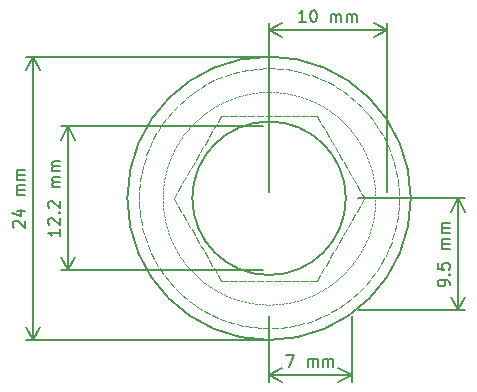
<source format=gbr>
%TF.GenerationSoftware,KiCad,Pcbnew,7.0.7-7.0.7~ubuntu23.04.1*%
%TF.CreationDate,2023-10-17T18:20:03+00:00*%
%TF.ProjectId,pedalboard-led-ring,70656461-6c62-46f6-9172-642d6c65642d,1.1.0-RC1*%
%TF.SameCoordinates,Original*%
%TF.FileFunction,OtherDrawing,Comment*%
%FSLAX46Y46*%
G04 Gerber Fmt 4.6, Leading zero omitted, Abs format (unit mm)*
G04 Created by KiCad (PCBNEW 7.0.7-7.0.7~ubuntu23.04.1) date 2023-10-17 18:20:03*
%MOMM*%
%LPD*%
G01*
G04 APERTURE LIST*
%ADD10C,0.150000*%
%ADD11C,0.050000*%
%ADD12C,0.030000*%
G04 APERTURE END LIST*
D10*
X86500000Y-60000000D02*
G75*
G03*
X86500000Y-60000000I-6500000J0D01*
G01*
D11*
X71917096Y-60000000D02*
X72192096Y-59523686D01*
X72292096Y-59350481D02*
X72567096Y-58874167D01*
X72667096Y-58700962D02*
X72942096Y-58224648D01*
X73042096Y-58051443D02*
X73317096Y-57575129D01*
X73417096Y-57401924D02*
X73692096Y-56925610D01*
X73792096Y-56752405D02*
X74067096Y-56276091D01*
X74167096Y-56102886D02*
X74442096Y-55626572D01*
X74542096Y-55453367D02*
X74817096Y-54977053D01*
X74917096Y-54803848D02*
X75192096Y-54327534D01*
X75292096Y-54154329D02*
X75567096Y-53678015D01*
X75667096Y-53504810D02*
X75942096Y-53028496D01*
X91000000Y-60000000D02*
X90986252Y-60549770D01*
X90974441Y-60749419D02*
X90923271Y-61296975D01*
X90897885Y-61495355D02*
X90809529Y-62038154D01*
X90770687Y-62234343D02*
X90645556Y-62769860D01*
X90593438Y-62962947D02*
X90432113Y-63488696D01*
X90366962Y-63677784D02*
X90170193Y-64191319D01*
X90092310Y-64375529D02*
X89861012Y-64874466D01*
X89770761Y-65052942D02*
X89506008Y-65534961D01*
X89403807Y-65706874D02*
X89106830Y-66169736D01*
X88993153Y-66334286D02*
X88665332Y-66775840D01*
X88540709Y-66932263D02*
X88183567Y-67350457D01*
X88048577Y-67498026D02*
X87663773Y-67890916D01*
X87519043Y-68028946D02*
X87108366Y-68394707D01*
X86954569Y-68522556D02*
X86519927Y-68859488D01*
X86357777Y-68976562D02*
X85901190Y-69283100D01*
X85731440Y-69388854D02*
X85255030Y-69663573D01*
X85078470Y-69757516D02*
X84584451Y-69999140D01*
X84401901Y-70080836D02*
X83892567Y-70288241D01*
X83704875Y-70357311D02*
X83182596Y-70529533D01*
X82990634Y-70585655D02*
X82457834Y-70721895D01*
X82262495Y-70764809D02*
X81721651Y-70864433D01*
X81523843Y-70893938D02*
X80977468Y-70956484D01*
X80778109Y-70972444D02*
X80228743Y-70997621D01*
X80028759Y-70999962D02*
X79478954Y-70987652D01*
X79279276Y-70976363D02*
X78731587Y-70926624D01*
X78533142Y-70901758D02*
X77990114Y-70814821D01*
X77793824Y-70776492D02*
X77257981Y-70652761D01*
X77064758Y-70601148D02*
X76538590Y-70441199D01*
X76349333Y-70376542D02*
X75835284Y-70181117D01*
X75650871Y-70103716D02*
X75151331Y-69873723D01*
X74972620Y-69783938D02*
X74489910Y-69520447D01*
X74317731Y-69418695D02*
X73854094Y-69122929D01*
X73689248Y-69009684D02*
X73246838Y-68683018D01*
X73090090Y-68558805D02*
X72670963Y-68202757D01*
X72523042Y-68068153D02*
X72129146Y-67684378D01*
X71990739Y-67540009D02*
X71623905Y-67130290D01*
X71495655Y-66976827D02*
X71157587Y-66543068D01*
X71040090Y-66381224D02*
X70732360Y-65925441D01*
X70626162Y-65755968D02*
X70350198Y-65280278D01*
X70255794Y-65103964D02*
X70012879Y-64610578D01*
X69930706Y-64428242D02*
X69721970Y-63919453D01*
X69652410Y-63731942D02*
X69478823Y-63210114D01*
X69422199Y-63018300D02*
X69284566Y-62485858D01*
X69241143Y-62290632D02*
X69140104Y-61750051D01*
X69110082Y-61552320D02*
X69046108Y-61006111D01*
X69029627Y-60806794D02*
X69003014Y-60257495D01*
X69000150Y-60057518D02*
X69011022Y-59507683D01*
X69021789Y-59307976D02*
X69070096Y-58760159D01*
X69094444Y-58561649D02*
X69179960Y-58018396D01*
X69217776Y-57822007D02*
X69340105Y-57285842D01*
X69391213Y-57092485D02*
X69549786Y-56565900D01*
X69613948Y-56376475D02*
X69808029Y-55861917D01*
X69884947Y-55677302D02*
X70113633Y-55177163D01*
X70202950Y-54998218D02*
X70465179Y-54514820D01*
X70566480Y-54342376D02*
X70861032Y-53877967D01*
X70973847Y-53712825D02*
X71299355Y-53269563D01*
X71423158Y-53112490D02*
X71778108Y-52692434D01*
X71912325Y-52544162D02*
X72295069Y-52149264D01*
X72439075Y-52010480D02*
X72847834Y-51642576D01*
X73000961Y-51513925D02*
X73433835Y-51174724D01*
X73595371Y-51056805D02*
X74050348Y-50747883D01*
X74219543Y-50641243D02*
X74694510Y-50364037D01*
X74870576Y-50269171D02*
X75363325Y-50024968D01*
X75545446Y-49942318D02*
X76053688Y-49732253D01*
X76241016Y-49662203D02*
X76762388Y-49487251D01*
X76954054Y-49430127D02*
X77486134Y-49291102D01*
X77681246Y-49247168D02*
X78221561Y-49144717D01*
X78419213Y-49114178D02*
X78965253Y-49048776D01*
X79164526Y-49031773D02*
X79713753Y-49003725D01*
X79913722Y-49000338D02*
X80463583Y-49009772D01*
X80663318Y-49020017D02*
X81211259Y-49066892D01*
X81409832Y-49090720D02*
X81953307Y-49174816D01*
X82149795Y-49212118D02*
X82686277Y-49333045D01*
X82879767Y-49383647D02*
X83406765Y-49540843D01*
X83596358Y-49604510D02*
X84111421Y-49797244D01*
X84296236Y-49873680D02*
X84796972Y-50101057D01*
X84976150Y-50189906D02*
X85460231Y-50450870D01*
X85632940Y-50551720D02*
X86098117Y-50845058D01*
X86263554Y-50957440D02*
X86707665Y-51281788D01*
X86865061Y-51405179D02*
X87286043Y-51759031D01*
X87434667Y-51892859D02*
X87830563Y-52274569D01*
X87969724Y-52418212D02*
X88338695Y-52826008D01*
X88467746Y-52978798D02*
X88808077Y-53410784D01*
X88926419Y-53572011D02*
X89236529Y-54026179D01*
X89343611Y-54195094D02*
X89622058Y-54669335D01*
X89717384Y-54845152D02*
X89962874Y-55337261D01*
X90046000Y-55519165D02*
X90257393Y-56026856D01*
X90327933Y-56214001D02*
X90504247Y-56734914D01*
X90561873Y-56926429D02*
X90702288Y-57458144D01*
X90746732Y-57653140D02*
X90850595Y-58193186D01*
X90881651Y-58390757D02*
X90948480Y-58936624D01*
X90966004Y-59135852D02*
X90995488Y-59685004D01*
X90999398Y-59884963D02*
X91000000Y-60000000D01*
X75958548Y-67000000D02*
X76508548Y-67000000D01*
X76708548Y-67000000D02*
X77258548Y-67000000D01*
X77458548Y-67000000D02*
X78008548Y-67000000D01*
X78208548Y-67000000D02*
X78758548Y-67000000D01*
X78958548Y-67000000D02*
X79508548Y-67000000D01*
X79708548Y-67000000D02*
X80258548Y-67000000D01*
X80458548Y-67000000D02*
X81008548Y-67000000D01*
X81208548Y-67000000D02*
X81758548Y-67000000D01*
X81958548Y-67000000D02*
X82508548Y-67000000D01*
X82708548Y-67000000D02*
X83258548Y-67000000D01*
X83458548Y-67000000D02*
X84008548Y-67000000D01*
D10*
X92000000Y-60000000D02*
G75*
G03*
X92000000Y-60000000I-12000000J0D01*
G01*
D11*
X88082904Y-60000000D02*
X87807904Y-59523686D01*
X87707904Y-59350481D02*
X87432904Y-58874167D01*
X87332904Y-58700962D02*
X87057904Y-58224648D01*
X86957904Y-58051443D02*
X86682904Y-57575129D01*
X86582904Y-57401924D02*
X86307904Y-56925610D01*
X86207904Y-56752405D02*
X85932904Y-56276091D01*
X85832904Y-56102886D02*
X85557904Y-55626572D01*
X85457904Y-55453367D02*
X85182904Y-54977053D01*
X85082904Y-54803848D02*
X84807904Y-54327534D01*
X84707904Y-54154329D02*
X84432904Y-53678015D01*
X84332904Y-53504810D02*
X84057904Y-53028496D01*
X75958548Y-67000000D02*
X75683548Y-66523686D01*
X75583548Y-66350481D02*
X75308548Y-65874167D01*
X75208548Y-65700962D02*
X74933548Y-65224648D01*
X74833548Y-65051443D02*
X74558548Y-64575129D01*
X74458548Y-64401924D02*
X74183548Y-63925610D01*
X74083548Y-63752405D02*
X73808548Y-63276091D01*
X73708548Y-63102886D02*
X73433548Y-62626572D01*
X73333548Y-62453367D02*
X73058548Y-61977053D01*
X72958548Y-61803848D02*
X72683548Y-61327534D01*
X72583548Y-61154329D02*
X72308548Y-60678015D01*
X72208548Y-60504810D02*
X71933548Y-60028496D01*
X75958548Y-53000000D02*
X76508548Y-53000000D01*
X76708548Y-53000000D02*
X77258548Y-53000000D01*
X77458548Y-53000000D02*
X78008548Y-53000000D01*
X78208548Y-53000000D02*
X78758548Y-53000000D01*
X78958548Y-53000000D02*
X79508548Y-53000000D01*
X79708548Y-53000000D02*
X80258548Y-53000000D01*
X80458548Y-53000000D02*
X81008548Y-53000000D01*
X81208548Y-53000000D02*
X81758548Y-53000000D01*
X81958548Y-53000000D02*
X82508548Y-53000000D01*
X82708548Y-53000000D02*
X83258548Y-53000000D01*
X83458548Y-53000000D02*
X84008548Y-53000000D01*
D12*
X89000000Y-60000000D02*
X89000000Y-60000000D01*
X88999200Y-60119996D02*
X88999200Y-60119996D01*
X88996800Y-60239971D02*
X88996800Y-60239971D01*
X88992800Y-60359904D02*
X88992800Y-60359904D01*
X88987203Y-60479772D02*
X88987203Y-60479772D01*
X88980007Y-60599555D02*
X88980007Y-60599555D01*
X88971215Y-60719232D02*
X88971215Y-60719232D01*
X88960828Y-60838780D02*
X88960828Y-60838780D01*
X88948848Y-60958180D02*
X88948848Y-60958180D01*
X88935277Y-61077409D02*
X88935277Y-61077409D01*
X88920118Y-61196447D02*
X88920118Y-61196447D01*
X88903373Y-61315272D02*
X88903373Y-61315272D01*
X88885045Y-61433863D02*
X88885045Y-61433863D01*
X88865138Y-61552200D02*
X88865138Y-61552200D01*
X88843654Y-61670260D02*
X88843654Y-61670260D01*
X88820599Y-61788023D02*
X88820599Y-61788023D01*
X88795975Y-61905469D02*
X88795975Y-61905469D01*
X88769788Y-62022576D02*
X88769788Y-62022576D01*
X88742041Y-62139323D02*
X88742041Y-62139323D01*
X88712741Y-62255690D02*
X88712741Y-62255690D01*
X88681891Y-62371656D02*
X88681891Y-62371656D01*
X88649498Y-62487200D02*
X88649498Y-62487200D01*
X88615568Y-62602302D02*
X88615568Y-62602302D01*
X88580106Y-62716942D02*
X88580106Y-62716942D01*
X88543118Y-62831099D02*
X88543118Y-62831099D01*
X88504612Y-62944752D02*
X88504612Y-62944752D01*
X88464594Y-63057881D02*
X88464594Y-63057881D01*
X88423071Y-63170468D02*
X88423071Y-63170468D01*
X88380051Y-63282490D02*
X88380051Y-63282490D01*
X88335540Y-63393929D02*
X88335540Y-63393929D01*
X88289548Y-63504765D02*
X88289548Y-63504765D01*
X88242083Y-63614977D02*
X88242083Y-63614977D01*
X88193152Y-63724547D02*
X88193152Y-63724547D01*
X88142764Y-63833455D02*
X88142764Y-63833455D01*
X88090929Y-63941681D02*
X88090929Y-63941681D01*
X88037656Y-64049206D02*
X88037656Y-64049206D01*
X87982954Y-64156012D02*
X87982954Y-64156012D01*
X87926832Y-64262079D02*
X87926832Y-64262079D01*
X87869302Y-64367388D02*
X87869302Y-64367388D01*
X87810372Y-64471921D02*
X87810372Y-64471921D01*
X87750054Y-64575658D02*
X87750054Y-64575658D01*
X87688358Y-64678583D02*
X87688358Y-64678583D01*
X87625295Y-64780675D02*
X87625295Y-64780675D01*
X87560877Y-64881918D02*
X87560877Y-64881918D01*
X87495115Y-64982293D02*
X87495115Y-64982293D01*
X87428020Y-65081782D02*
X87428020Y-65081782D01*
X87359605Y-65180367D02*
X87359605Y-65180367D01*
X87289881Y-65278032D02*
X87289881Y-65278032D01*
X87218861Y-65374758D02*
X87218861Y-65374758D01*
X87146558Y-65470529D02*
X87146558Y-65470529D01*
X87072985Y-65565328D02*
X87072985Y-65565328D01*
X86998154Y-65659137D02*
X86998154Y-65659137D01*
X86922079Y-65751940D02*
X86922079Y-65751940D01*
X86844773Y-65843720D02*
X86844773Y-65843720D01*
X86766251Y-65934462D02*
X86766251Y-65934462D01*
X86686526Y-66024148D02*
X86686526Y-66024148D01*
X86605612Y-66112764D02*
X86605612Y-66112764D01*
X86523524Y-66200293D02*
X86523524Y-66200293D01*
X86440276Y-66286719D02*
X86440276Y-66286719D01*
X86355883Y-66372028D02*
X86355883Y-66372028D01*
X86270360Y-66456204D02*
X86270360Y-66456204D01*
X86183722Y-66539233D02*
X86183722Y-66539233D01*
X86095985Y-66621099D02*
X86095985Y-66621099D01*
X86007165Y-66701788D02*
X86007165Y-66701788D01*
X85917276Y-66781285D02*
X85917276Y-66781285D01*
X85826336Y-66859577D02*
X85826336Y-66859577D01*
X85734360Y-66936649D02*
X85734360Y-66936649D01*
X85641364Y-67012489D02*
X85641364Y-67012489D01*
X85547366Y-67087081D02*
X85547366Y-67087081D01*
X85452381Y-67160414D02*
X85452381Y-67160414D01*
X85356427Y-67232474D02*
X85356427Y-67232474D01*
X85259521Y-67303248D02*
X85259521Y-67303248D01*
X85161679Y-67372724D02*
X85161679Y-67372724D01*
X85062920Y-67440889D02*
X85062920Y-67440889D01*
X84963262Y-67507731D02*
X84963262Y-67507731D01*
X84862720Y-67573238D02*
X84862720Y-67573238D01*
X84761314Y-67637400D02*
X84761314Y-67637400D01*
X84659062Y-67700203D02*
X84659062Y-67700203D01*
X84555982Y-67761638D02*
X84555982Y-67761638D01*
X84452091Y-67821692D02*
X84452091Y-67821692D01*
X84347410Y-67880356D02*
X84347410Y-67880356D01*
X84241955Y-67937620D02*
X84241955Y-67937620D01*
X84135746Y-67993472D02*
X84135746Y-67993472D01*
X84028802Y-68047903D02*
X84028802Y-68047903D01*
X83921142Y-68100903D02*
X83921142Y-68100903D01*
X83812784Y-68152464D02*
X83812784Y-68152464D01*
X83703749Y-68202575D02*
X83703749Y-68202575D01*
X83594055Y-68251227D02*
X83594055Y-68251227D01*
X83483723Y-68298413D02*
X83483723Y-68298413D01*
X83372771Y-68344124D02*
X83372771Y-68344124D01*
X83261219Y-68388351D02*
X83261219Y-68388351D01*
X83149088Y-68431087D02*
X83149088Y-68431087D01*
X83036397Y-68472324D02*
X83036397Y-68472324D01*
X82923166Y-68512055D02*
X82923166Y-68512055D01*
X82809416Y-68550273D02*
X82809416Y-68550273D01*
X82695166Y-68586971D02*
X82695166Y-68586971D01*
X82580436Y-68622142D02*
X82580436Y-68622142D01*
X82465249Y-68655781D02*
X82465249Y-68655781D01*
X82349622Y-68687880D02*
X82349622Y-68687880D01*
X82233579Y-68718435D02*
X82233579Y-68718435D01*
X82117138Y-68747441D02*
X82117138Y-68747441D01*
X82000320Y-68774891D02*
X82000320Y-68774891D01*
X81883147Y-68800781D02*
X81883147Y-68800781D01*
X81765640Y-68825107D02*
X81765640Y-68825107D01*
X81647818Y-68847863D02*
X81647818Y-68847863D01*
X81529704Y-68869047D02*
X81529704Y-68869047D01*
X81411317Y-68888654D02*
X81411317Y-68888654D01*
X81292680Y-68906681D02*
X81292680Y-68906681D01*
X81173813Y-68923125D02*
X81173813Y-68923125D01*
X81054737Y-68937982D02*
X81054737Y-68937982D01*
X80935474Y-68951250D02*
X80935474Y-68951250D01*
X80816044Y-68962927D02*
X80816044Y-68962927D01*
X80696469Y-68973011D02*
X80696469Y-68973011D01*
X80576771Y-68981499D02*
X80576771Y-68981499D01*
X80456970Y-68988391D02*
X80456970Y-68988391D01*
X80337088Y-68993685D02*
X80337088Y-68993685D01*
X80217145Y-68997380D02*
X80217145Y-68997380D01*
X80097165Y-68999475D02*
X80097165Y-68999475D01*
X79977166Y-68999971D02*
X79977166Y-68999971D01*
X79857172Y-68998866D02*
X79857172Y-68998866D01*
X79737204Y-68996162D02*
X79737204Y-68996162D01*
X79617282Y-68991858D02*
X79617282Y-68991858D01*
X79497428Y-68985956D02*
X79497428Y-68985956D01*
X79377663Y-68978457D02*
X79377663Y-68978457D01*
X79258010Y-68969361D02*
X79258010Y-68969361D01*
X79138488Y-68958671D02*
X79138488Y-68958671D01*
X79019119Y-68946388D02*
X79019119Y-68946388D01*
X78899924Y-68932515D02*
X78899924Y-68932515D01*
X78780925Y-68917054D02*
X78780925Y-68917054D01*
X78662143Y-68900007D02*
X78662143Y-68900007D01*
X78543599Y-68881379D02*
X78543599Y-68881379D01*
X78425313Y-68861171D02*
X78425313Y-68861171D01*
X78307308Y-68839388D02*
X78307308Y-68839388D01*
X78189603Y-68816034D02*
X78189603Y-68816034D01*
X78072221Y-68791113D02*
X78072221Y-68791113D01*
X77955181Y-68764628D02*
X77955181Y-68764628D01*
X77838504Y-68736586D02*
X77838504Y-68736586D01*
X77722212Y-68706990D02*
X77722212Y-68706990D01*
X77606325Y-68675846D02*
X77606325Y-68675846D01*
X77490863Y-68643161D02*
X77490863Y-68643161D01*
X77375847Y-68608938D02*
X77375847Y-68608938D01*
X77261298Y-68573185D02*
X77261298Y-68573185D01*
X77147236Y-68535908D02*
X77147236Y-68535908D01*
X77033680Y-68497114D02*
X77033680Y-68497114D01*
X76920653Y-68456809D02*
X76920653Y-68456809D01*
X76808172Y-68415000D02*
X76808172Y-68415000D01*
X76696259Y-68371696D02*
X76696259Y-68371696D01*
X76584934Y-68326903D02*
X76584934Y-68326903D01*
X76474215Y-68280630D02*
X76474215Y-68280630D01*
X76364123Y-68232885D02*
X76364123Y-68232885D01*
X76254678Y-68183676D02*
X76254678Y-68183676D01*
X76145898Y-68133013D02*
X76145898Y-68133013D01*
X76037804Y-68080903D02*
X76037804Y-68080903D01*
X75930414Y-68027357D02*
X75930414Y-68027357D01*
X75823748Y-67972384D02*
X75823748Y-67972384D01*
X75717823Y-67915994D02*
X75717823Y-67915994D01*
X75612661Y-67858196D02*
X75612661Y-67858196D01*
X75508278Y-67799002D02*
X75508278Y-67799002D01*
X75404693Y-67738421D02*
X75404693Y-67738421D01*
X75301926Y-67676464D02*
X75301926Y-67676464D01*
X75199994Y-67613142D02*
X75199994Y-67613142D01*
X75098915Y-67548467D02*
X75098915Y-67548467D01*
X74998707Y-67482451D02*
X74998707Y-67482451D01*
X74899389Y-67415104D02*
X74899389Y-67415104D01*
X74800977Y-67346438D02*
X74800977Y-67346438D01*
X74703489Y-67276467D02*
X74703489Y-67276467D01*
X74606944Y-67205202D02*
X74606944Y-67205202D01*
X74511356Y-67132657D02*
X74511356Y-67132657D01*
X74416745Y-67058843D02*
X74416745Y-67058843D01*
X74323126Y-66983774D02*
X74323126Y-66983774D01*
X74230517Y-66907464D02*
X74230517Y-66907464D01*
X74138933Y-66829926D02*
X74138933Y-66829926D01*
X74048391Y-66751174D02*
X74048391Y-66751174D01*
X73958907Y-66671221D02*
X73958907Y-66671221D01*
X73870497Y-66590082D02*
X73870497Y-66590082D01*
X73783176Y-66507772D02*
X73783176Y-66507772D01*
X73696961Y-66424305D02*
X73696961Y-66424305D01*
X73611866Y-66339696D02*
X73611866Y-66339696D01*
X73527908Y-66253960D02*
X73527908Y-66253960D01*
X73445099Y-66167112D02*
X73445099Y-66167112D01*
X73363456Y-66079168D02*
X73363456Y-66079168D01*
X73282993Y-65990143D02*
X73282993Y-65990143D01*
X73203724Y-65900053D02*
X73203724Y-65900053D01*
X73125663Y-65808914D02*
X73125663Y-65808914D01*
X73048824Y-65716743D02*
X73048824Y-65716743D01*
X72973221Y-65623555D02*
X72973221Y-65623555D01*
X72898867Y-65529368D02*
X72898867Y-65529368D01*
X72825775Y-65434197D02*
X72825775Y-65434197D01*
X72753959Y-65338061D02*
X72753959Y-65338061D01*
X72683431Y-65240975D02*
X72683431Y-65240975D01*
X72614204Y-65142958D02*
X72614204Y-65142958D01*
X72546290Y-65044027D02*
X72546290Y-65044027D01*
X72479701Y-64944198D02*
X72479701Y-64944198D01*
X72414448Y-64843491D02*
X72414448Y-64843491D01*
X72350545Y-64741923D02*
X72350545Y-64741923D01*
X72288001Y-64639512D02*
X72288001Y-64639512D01*
X72226828Y-64536276D02*
X72226828Y-64536276D01*
X72167037Y-64432233D02*
X72167037Y-64432233D01*
X72108638Y-64327403D02*
X72108638Y-64327403D01*
X72051643Y-64221803D02*
X72051643Y-64221803D01*
X71996060Y-64115453D02*
X71996060Y-64115453D01*
X71941901Y-64008371D02*
X71941901Y-64008371D01*
X71889174Y-63900577D02*
X71889174Y-63900577D01*
X71837888Y-63792089D02*
X71837888Y-63792089D01*
X71788054Y-63682927D02*
X71788054Y-63682927D01*
X71739680Y-63573110D02*
X71739680Y-63573110D01*
X71692774Y-63462658D02*
X71692774Y-63462658D01*
X71647345Y-63351591D02*
X71647345Y-63351591D01*
X71603401Y-63239928D02*
X71603401Y-63239928D01*
X71560950Y-63127688D02*
X71560950Y-63127688D01*
X71519998Y-63014893D02*
X71519998Y-63014893D01*
X71480555Y-62901562D02*
X71480555Y-62901562D01*
X71442626Y-62787714D02*
X71442626Y-62787714D01*
X71406218Y-62673372D02*
X71406218Y-62673372D01*
X71371338Y-62558554D02*
X71371338Y-62558554D01*
X71337992Y-62443281D02*
X71337992Y-62443281D01*
X71306186Y-62327574D02*
X71306186Y-62327574D01*
X71275925Y-62211453D02*
X71275925Y-62211453D01*
X71247215Y-62094939D02*
X71247215Y-62094939D01*
X71220062Y-61978052D02*
X71220062Y-61978052D01*
X71194469Y-61860814D02*
X71194469Y-61860814D01*
X71170441Y-61743245D02*
X71170441Y-61743245D01*
X71147984Y-61625366D02*
X71147984Y-61625366D01*
X71127100Y-61507198D02*
X71127100Y-61507198D01*
X71107793Y-61388762D02*
X71107793Y-61388762D01*
X71090067Y-61270080D02*
X71090067Y-61270080D01*
X71073925Y-61151171D02*
X71073925Y-61151171D01*
X71059370Y-61032058D02*
X71059370Y-61032058D01*
X71046404Y-60912761D02*
X71046404Y-60912761D01*
X71035030Y-60793303D02*
X71035030Y-60793303D01*
X71025250Y-60673703D02*
X71025250Y-60673703D01*
X71017066Y-60553983D02*
X71017066Y-60553983D01*
X71010478Y-60434165D02*
X71010478Y-60434165D01*
X71005488Y-60314269D02*
X71005488Y-60314269D01*
X71002098Y-60194318D02*
X71002098Y-60194318D01*
X71000306Y-60074333D02*
X71000306Y-60074333D01*
X71000115Y-59954334D02*
X71000115Y-59954334D01*
X71001524Y-59834343D02*
X71001524Y-59834343D01*
X71004533Y-59714381D02*
X71004533Y-59714381D01*
X71009140Y-59594471D02*
X71009140Y-59594471D01*
X71015347Y-59474632D02*
X71015347Y-59474632D01*
X71023150Y-59354887D02*
X71023150Y-59354887D01*
X71032549Y-59235257D02*
X71032549Y-59235257D01*
X71043542Y-59115762D02*
X71043542Y-59115762D01*
X71056128Y-58996425D02*
X71056128Y-58996425D01*
X71070304Y-58877266D02*
X71070304Y-58877266D01*
X71086067Y-58758307D02*
X71086067Y-58758307D01*
X71103414Y-58639568D02*
X71103414Y-58639568D01*
X71122344Y-58521071D02*
X71122344Y-58521071D01*
X71142851Y-58402838D02*
X71142851Y-58402838D01*
X71164933Y-58284888D02*
X71164933Y-58284888D01*
X71188586Y-58167243D02*
X71188586Y-58167243D01*
X71213806Y-58049924D02*
X71213806Y-58049924D01*
X71240587Y-57932951D02*
X71240587Y-57932951D01*
X71268925Y-57816346D02*
X71268925Y-57816346D01*
X71298816Y-57700130D02*
X71298816Y-57700130D01*
X71330253Y-57584322D02*
X71330253Y-57584322D01*
X71363232Y-57468943D02*
X71363232Y-57468943D01*
X71397746Y-57354015D02*
X71397746Y-57354015D01*
X71433789Y-57239557D02*
X71433789Y-57239557D01*
X71471356Y-57125589D02*
X71471356Y-57125589D01*
X71510438Y-57012133D02*
X71510438Y-57012133D01*
X71551030Y-56899208D02*
X71551030Y-56899208D01*
X71593123Y-56786834D02*
X71593123Y-56786834D01*
X71636712Y-56675031D02*
X71636712Y-56675031D01*
X71681787Y-56563819D02*
X71681787Y-56563819D01*
X71728340Y-56453218D02*
X71728340Y-56453218D01*
X71776365Y-56343248D02*
X71776365Y-56343248D01*
X71825851Y-56233928D02*
X71825851Y-56233928D01*
X71876790Y-56125277D02*
X71876790Y-56125277D01*
X71929174Y-56017316D02*
X71929174Y-56017316D01*
X71982992Y-55910062D02*
X71982992Y-55910062D01*
X72038236Y-55803535D02*
X72038236Y-55803535D01*
X72094894Y-55697754D02*
X72094894Y-55697754D01*
X72152959Y-55592738D02*
X72152959Y-55592738D01*
X72212418Y-55488506D02*
X72212418Y-55488506D01*
X72273262Y-55385076D02*
X72273262Y-55385076D01*
X72335479Y-55282466D02*
X72335479Y-55282466D01*
X72399059Y-55180695D02*
X72399059Y-55180695D01*
X72463990Y-55079780D02*
X72463990Y-55079780D01*
X72530261Y-54979740D02*
X72530261Y-54979740D01*
X72597860Y-54880593D02*
X72597860Y-54880593D01*
X72666774Y-54782356D02*
X72666774Y-54782356D01*
X72736993Y-54685046D02*
X72736993Y-54685046D01*
X72808502Y-54588681D02*
X72808502Y-54588681D01*
X72881290Y-54493278D02*
X72881290Y-54493278D01*
X72955344Y-54398855D02*
X72955344Y-54398855D01*
X73030650Y-54305427D02*
X73030650Y-54305427D01*
X73107194Y-54213011D02*
X73107194Y-54213011D01*
X73184965Y-54121624D02*
X73184965Y-54121624D01*
X73263946Y-54031282D02*
X73263946Y-54031282D01*
X73344126Y-53942001D02*
X73344126Y-53942001D01*
X73425488Y-53853797D02*
X73425488Y-53853797D01*
X73508020Y-53766686D02*
X73508020Y-53766686D01*
X73591705Y-53680683D02*
X73591705Y-53680683D01*
X73676530Y-53595803D02*
X73676530Y-53595803D01*
X73762479Y-53512062D02*
X73762479Y-53512062D01*
X73849536Y-53429474D02*
X73849536Y-53429474D01*
X73937687Y-53348055D02*
X73937687Y-53348055D01*
X74026916Y-53267817D02*
X74026916Y-53267817D01*
X74117207Y-53188777D02*
X74117207Y-53188777D01*
X74208543Y-53110948D02*
X74208543Y-53110948D01*
X74300910Y-53034343D02*
X74300910Y-53034343D01*
X74394289Y-52958976D02*
X74394289Y-52958976D01*
X74488665Y-52884862D02*
X74488665Y-52884862D01*
X74584020Y-52812012D02*
X74584020Y-52812012D01*
X74680339Y-52740440D02*
X74680339Y-52740440D01*
X74777603Y-52670158D02*
X74777603Y-52670158D01*
X74875795Y-52601180D02*
X74875795Y-52601180D01*
X74974899Y-52533517D02*
X74974899Y-52533517D01*
X75074896Y-52467181D02*
X75074896Y-52467181D01*
X75175768Y-52402185D02*
X75175768Y-52402185D01*
X75277498Y-52338539D02*
X75277498Y-52338539D01*
X75380067Y-52276255D02*
X75380067Y-52276255D01*
X75483458Y-52215344D02*
X75483458Y-52215344D01*
X75587652Y-52155818D02*
X75587652Y-52155818D01*
X75692630Y-52097685D02*
X75692630Y-52097685D01*
X75798374Y-52040958D02*
X75798374Y-52040958D01*
X75904865Y-51985645D02*
X75904865Y-51985645D01*
X76012084Y-51931757D02*
X76012084Y-51931757D01*
X76120012Y-51879304D02*
X76120012Y-51879304D01*
X76228629Y-51828294D02*
X76228629Y-51828294D01*
X76337918Y-51778737D02*
X76337918Y-51778737D01*
X76447857Y-51730642D02*
X76447857Y-51730642D01*
X76558427Y-51684016D02*
X76558427Y-51684016D01*
X76669610Y-51638869D02*
X76669610Y-51638869D01*
X76781384Y-51595208D02*
X76781384Y-51595208D01*
X76893731Y-51553042D02*
X76893731Y-51553042D01*
X77006630Y-51512377D02*
X77006630Y-51512377D01*
X77120061Y-51473221D02*
X77120061Y-51473221D01*
X77234004Y-51435581D02*
X77234004Y-51435581D01*
X77348438Y-51399463D02*
X77348438Y-51399463D01*
X77463345Y-51364875D02*
X77463345Y-51364875D01*
X77578702Y-51331821D02*
X77578702Y-51331821D01*
X77694489Y-51300309D02*
X77694489Y-51300309D01*
X77810686Y-51270343D02*
X77810686Y-51270343D01*
X77927273Y-51241929D02*
X77927273Y-51241929D01*
X78044228Y-51215072D02*
X78044228Y-51215072D01*
X78161531Y-51189776D02*
X78161531Y-51189776D01*
X78279160Y-51166047D02*
X78279160Y-51166047D01*
X78397096Y-51143889D02*
X78397096Y-51143889D01*
X78515316Y-51123304D02*
X78515316Y-51123304D01*
X78633801Y-51104298D02*
X78633801Y-51104298D01*
X78752528Y-51086874D02*
X78752528Y-51086874D01*
X78871477Y-51071033D02*
X78871477Y-51071033D01*
X78990627Y-51056780D02*
X78990627Y-51056780D01*
X79109956Y-51044118D02*
X79109956Y-51044118D01*
X79229443Y-51033047D02*
X79229443Y-51033047D01*
X79349068Y-51023570D02*
X79349068Y-51023570D01*
X79468808Y-51015689D02*
X79468808Y-51015689D01*
X79588642Y-51009405D02*
X79588642Y-51009405D01*
X79708550Y-51004720D02*
X79708550Y-51004720D01*
X79828509Y-51001633D02*
X79828509Y-51001633D01*
X79948499Y-51000147D02*
X79948499Y-51000147D01*
X80068498Y-51000260D02*
X80068498Y-51000260D01*
X80188485Y-51001973D02*
X80188485Y-51001973D01*
X80308438Y-51005286D02*
X80308438Y-51005286D01*
X80428337Y-51010198D02*
X80428337Y-51010198D01*
X80548159Y-51016708D02*
X80548159Y-51016708D01*
X80667884Y-51024815D02*
X80667884Y-51024815D01*
X80787490Y-51034518D02*
X80787490Y-51034518D01*
X80906957Y-51045815D02*
X80906957Y-51045815D01*
X81026262Y-51058703D02*
X81026262Y-51058703D01*
X81145384Y-51073181D02*
X81145384Y-51073181D01*
X81264303Y-51089246D02*
X81264303Y-51089246D01*
X81382997Y-51106894D02*
X81382997Y-51106894D01*
X81501445Y-51126124D02*
X81501445Y-51126124D01*
X81619627Y-51146932D02*
X81619627Y-51146932D01*
X81737520Y-51169313D02*
X81737520Y-51169313D01*
X81855105Y-51193264D02*
X81855105Y-51193264D01*
X81972360Y-51218781D02*
X81972360Y-51218781D01*
X82089264Y-51245859D02*
X82089264Y-51245859D01*
X82205796Y-51274493D02*
X82205796Y-51274493D01*
X82321937Y-51304679D02*
X82321937Y-51304679D01*
X82437665Y-51336410D02*
X82437665Y-51336410D01*
X82552959Y-51369681D02*
X82552959Y-51369681D01*
X82667800Y-51404487D02*
X82667800Y-51404487D01*
X82782166Y-51440820D02*
X82782166Y-51440820D01*
X82896038Y-51478676D02*
X82896038Y-51478676D01*
X83009395Y-51518046D02*
X83009395Y-51518046D01*
X83122216Y-51558924D02*
X83122216Y-51558924D01*
X83234483Y-51601302D02*
X83234483Y-51601302D01*
X83346175Y-51645174D02*
X83346175Y-51645174D01*
X83457272Y-51690531D02*
X83457272Y-51690531D01*
X83567754Y-51737365D02*
X83567754Y-51737365D01*
X83677602Y-51785668D02*
X83677602Y-51785668D01*
X83786797Y-51835432D02*
X83786797Y-51835432D01*
X83895318Y-51886647D02*
X83895318Y-51886647D01*
X84003146Y-51939304D02*
X84003146Y-51939304D01*
X84110263Y-51993394D02*
X84110263Y-51993394D01*
X84216650Y-52048908D02*
X84216650Y-52048908D01*
X84322286Y-52105835D02*
X84322286Y-52105835D01*
X84427154Y-52164165D02*
X84427154Y-52164165D01*
X84531236Y-52223889D02*
X84531236Y-52223889D01*
X84634511Y-52284995D02*
X84634511Y-52284995D01*
X84736963Y-52347472D02*
X84736963Y-52347472D01*
X84838573Y-52411310D02*
X84838573Y-52411310D01*
X84939322Y-52476497D02*
X84939322Y-52476497D01*
X85039193Y-52543021D02*
X85039193Y-52543021D01*
X85138169Y-52610871D02*
X85138169Y-52610871D01*
X85236231Y-52680035D02*
X85236231Y-52680035D01*
X85333362Y-52750500D02*
X85333362Y-52750500D01*
X85429545Y-52822254D02*
X85429545Y-52822254D01*
X85524763Y-52895284D02*
X85524763Y-52895284D01*
X85618999Y-52969576D02*
X85618999Y-52969576D01*
X85712235Y-53045119D02*
X85712235Y-53045119D01*
X85804457Y-53121898D02*
X85804457Y-53121898D01*
X85895646Y-53199900D02*
X85895646Y-53199900D01*
X85985787Y-53279111D02*
X85985787Y-53279111D01*
X86074864Y-53359516D02*
X86074864Y-53359516D01*
X86162862Y-53441102D02*
X86162862Y-53441102D01*
X86249763Y-53523854D02*
X86249763Y-53523854D01*
X86335554Y-53607758D02*
X86335554Y-53607758D01*
X86420218Y-53692798D02*
X86420218Y-53692798D01*
X86503741Y-53778959D02*
X86503741Y-53778959D01*
X86586107Y-53866226D02*
X86586107Y-53866226D01*
X86667303Y-53954583D02*
X86667303Y-53954583D01*
X86747314Y-54044015D02*
X86747314Y-54044015D01*
X86826125Y-54134506D02*
X86826125Y-54134506D01*
X86903722Y-54226040D02*
X86903722Y-54226040D01*
X86980092Y-54318600D02*
X86980092Y-54318600D01*
X87055222Y-54412170D02*
X87055222Y-54412170D01*
X87129097Y-54506733D02*
X87129097Y-54506733D01*
X87201704Y-54602274D02*
X87201704Y-54602274D01*
X87273032Y-54698773D02*
X87273032Y-54698773D01*
X87343066Y-54796215D02*
X87343066Y-54796215D01*
X87411795Y-54894583D02*
X87411795Y-54894583D01*
X87479207Y-54993857D02*
X87479207Y-54993857D01*
X87545289Y-55094022D02*
X87545289Y-55094022D01*
X87610029Y-55195059D02*
X87610029Y-55195059D01*
X87673416Y-55296950D02*
X87673416Y-55296950D01*
X87735440Y-55399677D02*
X87735440Y-55399677D01*
X87796088Y-55503223D02*
X87796088Y-55503223D01*
X87855350Y-55607567D02*
X87855350Y-55607567D01*
X87913216Y-55712692D02*
X87913216Y-55712692D01*
X87969675Y-55818580D02*
X87969675Y-55818580D01*
X88024717Y-55925211D02*
X88024717Y-55925211D01*
X88078333Y-56032566D02*
X88078333Y-56032566D01*
X88130512Y-56140627D02*
X88130512Y-56140627D01*
X88181247Y-56249373D02*
X88181247Y-56249373D01*
X88230526Y-56358787D02*
X88230526Y-56358787D01*
X88278343Y-56468847D02*
X88278343Y-56468847D01*
X88324687Y-56579536D02*
X88324687Y-56579536D01*
X88369552Y-56690833D02*
X88369552Y-56690833D01*
X88412929Y-56802717D02*
X88412929Y-56802717D01*
X88454811Y-56915171D02*
X88454811Y-56915171D01*
X88495189Y-57028172D02*
X88495189Y-57028172D01*
X88534057Y-57141702D02*
X88534057Y-57141702D01*
X88571408Y-57255741D02*
X88571408Y-57255741D01*
X88607235Y-57370267D02*
X88607235Y-57370267D01*
X88641532Y-57485260D02*
X88641532Y-57485260D01*
X88674293Y-57600701D02*
X88674293Y-57600701D01*
X88705511Y-57716568D02*
X88705511Y-57716568D01*
X88735183Y-57832841D02*
X88735183Y-57832841D01*
X88763301Y-57949499D02*
X88763301Y-57949499D01*
X88789861Y-58066522D02*
X88789861Y-58066522D01*
X88814859Y-58183888D02*
X88814859Y-58183888D01*
X88838289Y-58301578D02*
X88838289Y-58301578D01*
X88860148Y-58419569D02*
X88860148Y-58419569D01*
X88880433Y-58537841D02*
X88880433Y-58537841D01*
X88899138Y-58656374D02*
X88899138Y-58656374D01*
X88916262Y-58775145D02*
X88916262Y-58775145D01*
X88931800Y-58894134D02*
X88931800Y-58894134D01*
X88945751Y-59013319D02*
X88945751Y-59013319D01*
X88958111Y-59132680D02*
X88958111Y-59132680D01*
X88968878Y-59252195D02*
X88968878Y-59252195D01*
X88978052Y-59371843D02*
X88978052Y-59371843D01*
X88985629Y-59491603D02*
X88985629Y-59491603D01*
X88991608Y-59611453D02*
X88991608Y-59611453D01*
X88995990Y-59731372D02*
X88995990Y-59731372D01*
X88998772Y-59851338D02*
X88998772Y-59851338D01*
X88999954Y-59971332D02*
X88999954Y-59971332D01*
D11*
X84041452Y-67000000D02*
X84316452Y-66523686D01*
X84416452Y-66350481D02*
X84691452Y-65874167D01*
X84791452Y-65700962D02*
X85066452Y-65224648D01*
X85166452Y-65051443D02*
X85441452Y-64575129D01*
X85541452Y-64401924D02*
X85816452Y-63925610D01*
X85916452Y-63752405D02*
X86191452Y-63276091D01*
X86291452Y-63102886D02*
X86566452Y-62626572D01*
X86666452Y-62453367D02*
X86941452Y-61977053D01*
X87041452Y-61803848D02*
X87316452Y-61327534D01*
X87416452Y-61154329D02*
X87691452Y-60678015D01*
X87791452Y-60504810D02*
X88066452Y-60028496D01*
D10*
X83095238Y-45064819D02*
X82523810Y-45064819D01*
X82809524Y-45064819D02*
X82809524Y-44064819D01*
X82809524Y-44064819D02*
X82714286Y-44207676D01*
X82714286Y-44207676D02*
X82619048Y-44302914D01*
X82619048Y-44302914D02*
X82523810Y-44350533D01*
X83714286Y-44064819D02*
X83809524Y-44064819D01*
X83809524Y-44064819D02*
X83904762Y-44112438D01*
X83904762Y-44112438D02*
X83952381Y-44160057D01*
X83952381Y-44160057D02*
X84000000Y-44255295D01*
X84000000Y-44255295D02*
X84047619Y-44445771D01*
X84047619Y-44445771D02*
X84047619Y-44683866D01*
X84047619Y-44683866D02*
X84000000Y-44874342D01*
X84000000Y-44874342D02*
X83952381Y-44969580D01*
X83952381Y-44969580D02*
X83904762Y-45017200D01*
X83904762Y-45017200D02*
X83809524Y-45064819D01*
X83809524Y-45064819D02*
X83714286Y-45064819D01*
X83714286Y-45064819D02*
X83619048Y-45017200D01*
X83619048Y-45017200D02*
X83571429Y-44969580D01*
X83571429Y-44969580D02*
X83523810Y-44874342D01*
X83523810Y-44874342D02*
X83476191Y-44683866D01*
X83476191Y-44683866D02*
X83476191Y-44445771D01*
X83476191Y-44445771D02*
X83523810Y-44255295D01*
X83523810Y-44255295D02*
X83571429Y-44160057D01*
X83571429Y-44160057D02*
X83619048Y-44112438D01*
X83619048Y-44112438D02*
X83714286Y-44064819D01*
X85238096Y-45064819D02*
X85238096Y-44398152D01*
X85238096Y-44493390D02*
X85285715Y-44445771D01*
X85285715Y-44445771D02*
X85380953Y-44398152D01*
X85380953Y-44398152D02*
X85523810Y-44398152D01*
X85523810Y-44398152D02*
X85619048Y-44445771D01*
X85619048Y-44445771D02*
X85666667Y-44541009D01*
X85666667Y-44541009D02*
X85666667Y-45064819D01*
X85666667Y-44541009D02*
X85714286Y-44445771D01*
X85714286Y-44445771D02*
X85809524Y-44398152D01*
X85809524Y-44398152D02*
X85952381Y-44398152D01*
X85952381Y-44398152D02*
X86047620Y-44445771D01*
X86047620Y-44445771D02*
X86095239Y-44541009D01*
X86095239Y-44541009D02*
X86095239Y-45064819D01*
X86571429Y-45064819D02*
X86571429Y-44398152D01*
X86571429Y-44493390D02*
X86619048Y-44445771D01*
X86619048Y-44445771D02*
X86714286Y-44398152D01*
X86714286Y-44398152D02*
X86857143Y-44398152D01*
X86857143Y-44398152D02*
X86952381Y-44445771D01*
X86952381Y-44445771D02*
X87000000Y-44541009D01*
X87000000Y-44541009D02*
X87000000Y-45064819D01*
X87000000Y-44541009D02*
X87047619Y-44445771D01*
X87047619Y-44445771D02*
X87142857Y-44398152D01*
X87142857Y-44398152D02*
X87285714Y-44398152D01*
X87285714Y-44398152D02*
X87380953Y-44445771D01*
X87380953Y-44445771D02*
X87428572Y-44541009D01*
X87428572Y-44541009D02*
X87428572Y-45064819D01*
X90000000Y-59500000D02*
X90000000Y-45173580D01*
X80000000Y-59500000D02*
X80000000Y-45173580D01*
X90000000Y-45760000D02*
X80000000Y-45760000D01*
X90000000Y-45760000D02*
X80000000Y-45760000D01*
X90000000Y-45760000D02*
X88873496Y-46346421D01*
X90000000Y-45760000D02*
X88873496Y-45173579D01*
X80000000Y-45760000D02*
X81126504Y-45173579D01*
X80000000Y-45760000D02*
X81126504Y-46346421D01*
X95294819Y-67369046D02*
X95294819Y-67178570D01*
X95294819Y-67178570D02*
X95247200Y-67083332D01*
X95247200Y-67083332D02*
X95199580Y-67035713D01*
X95199580Y-67035713D02*
X95056723Y-66940475D01*
X95056723Y-66940475D02*
X94866247Y-66892856D01*
X94866247Y-66892856D02*
X94485295Y-66892856D01*
X94485295Y-66892856D02*
X94390057Y-66940475D01*
X94390057Y-66940475D02*
X94342438Y-66988094D01*
X94342438Y-66988094D02*
X94294819Y-67083332D01*
X94294819Y-67083332D02*
X94294819Y-67273808D01*
X94294819Y-67273808D02*
X94342438Y-67369046D01*
X94342438Y-67369046D02*
X94390057Y-67416665D01*
X94390057Y-67416665D02*
X94485295Y-67464284D01*
X94485295Y-67464284D02*
X94723390Y-67464284D01*
X94723390Y-67464284D02*
X94818628Y-67416665D01*
X94818628Y-67416665D02*
X94866247Y-67369046D01*
X94866247Y-67369046D02*
X94913866Y-67273808D01*
X94913866Y-67273808D02*
X94913866Y-67083332D01*
X94913866Y-67083332D02*
X94866247Y-66988094D01*
X94866247Y-66988094D02*
X94818628Y-66940475D01*
X94818628Y-66940475D02*
X94723390Y-66892856D01*
X95199580Y-66464284D02*
X95247200Y-66416665D01*
X95247200Y-66416665D02*
X95294819Y-66464284D01*
X95294819Y-66464284D02*
X95247200Y-66511903D01*
X95247200Y-66511903D02*
X95199580Y-66464284D01*
X95199580Y-66464284D02*
X95294819Y-66464284D01*
X94294819Y-65511904D02*
X94294819Y-65988094D01*
X94294819Y-65988094D02*
X94771009Y-66035713D01*
X94771009Y-66035713D02*
X94723390Y-65988094D01*
X94723390Y-65988094D02*
X94675771Y-65892856D01*
X94675771Y-65892856D02*
X94675771Y-65654761D01*
X94675771Y-65654761D02*
X94723390Y-65559523D01*
X94723390Y-65559523D02*
X94771009Y-65511904D01*
X94771009Y-65511904D02*
X94866247Y-65464285D01*
X94866247Y-65464285D02*
X95104342Y-65464285D01*
X95104342Y-65464285D02*
X95199580Y-65511904D01*
X95199580Y-65511904D02*
X95247200Y-65559523D01*
X95247200Y-65559523D02*
X95294819Y-65654761D01*
X95294819Y-65654761D02*
X95294819Y-65892856D01*
X95294819Y-65892856D02*
X95247200Y-65988094D01*
X95247200Y-65988094D02*
X95199580Y-66035713D01*
X95294819Y-64273808D02*
X94628152Y-64273808D01*
X94723390Y-64273808D02*
X94675771Y-64226189D01*
X94675771Y-64226189D02*
X94628152Y-64130951D01*
X94628152Y-64130951D02*
X94628152Y-63988094D01*
X94628152Y-63988094D02*
X94675771Y-63892856D01*
X94675771Y-63892856D02*
X94771009Y-63845237D01*
X94771009Y-63845237D02*
X95294819Y-63845237D01*
X94771009Y-63845237D02*
X94675771Y-63797618D01*
X94675771Y-63797618D02*
X94628152Y-63702380D01*
X94628152Y-63702380D02*
X94628152Y-63559523D01*
X94628152Y-63559523D02*
X94675771Y-63464284D01*
X94675771Y-63464284D02*
X94771009Y-63416665D01*
X94771009Y-63416665D02*
X95294819Y-63416665D01*
X95294819Y-62940475D02*
X94628152Y-62940475D01*
X94723390Y-62940475D02*
X94675771Y-62892856D01*
X94675771Y-62892856D02*
X94628152Y-62797618D01*
X94628152Y-62797618D02*
X94628152Y-62654761D01*
X94628152Y-62654761D02*
X94675771Y-62559523D01*
X94675771Y-62559523D02*
X94771009Y-62511904D01*
X94771009Y-62511904D02*
X95294819Y-62511904D01*
X94771009Y-62511904D02*
X94675771Y-62464285D01*
X94675771Y-62464285D02*
X94628152Y-62369047D01*
X94628152Y-62369047D02*
X94628152Y-62226190D01*
X94628152Y-62226190D02*
X94675771Y-62130951D01*
X94675771Y-62130951D02*
X94771009Y-62083332D01*
X94771009Y-62083332D02*
X95294819Y-62083332D01*
X87500000Y-69500000D02*
X96576420Y-69500000D01*
X87500000Y-60000000D02*
X96576420Y-60000000D01*
X95990000Y-69500000D02*
X95990000Y-60000000D01*
X95990000Y-69500000D02*
X95990000Y-60000000D01*
X95990000Y-69500000D02*
X95403579Y-68373496D01*
X95990000Y-69500000D02*
X96576421Y-68373496D01*
X95990000Y-60000000D02*
X96576421Y-61126504D01*
X95990000Y-60000000D02*
X95403579Y-61126504D01*
X58400057Y-62476189D02*
X58352438Y-62428570D01*
X58352438Y-62428570D02*
X58304819Y-62333332D01*
X58304819Y-62333332D02*
X58304819Y-62095237D01*
X58304819Y-62095237D02*
X58352438Y-61999999D01*
X58352438Y-61999999D02*
X58400057Y-61952380D01*
X58400057Y-61952380D02*
X58495295Y-61904761D01*
X58495295Y-61904761D02*
X58590533Y-61904761D01*
X58590533Y-61904761D02*
X58733390Y-61952380D01*
X58733390Y-61952380D02*
X59304819Y-62523808D01*
X59304819Y-62523808D02*
X59304819Y-61904761D01*
X58638152Y-61047618D02*
X59304819Y-61047618D01*
X58257200Y-61285713D02*
X58971485Y-61523808D01*
X58971485Y-61523808D02*
X58971485Y-60904761D01*
X59304819Y-59761903D02*
X58638152Y-59761903D01*
X58733390Y-59761903D02*
X58685771Y-59714284D01*
X58685771Y-59714284D02*
X58638152Y-59619046D01*
X58638152Y-59619046D02*
X58638152Y-59476189D01*
X58638152Y-59476189D02*
X58685771Y-59380951D01*
X58685771Y-59380951D02*
X58781009Y-59333332D01*
X58781009Y-59333332D02*
X59304819Y-59333332D01*
X58781009Y-59333332D02*
X58685771Y-59285713D01*
X58685771Y-59285713D02*
X58638152Y-59190475D01*
X58638152Y-59190475D02*
X58638152Y-59047618D01*
X58638152Y-59047618D02*
X58685771Y-58952379D01*
X58685771Y-58952379D02*
X58781009Y-58904760D01*
X58781009Y-58904760D02*
X59304819Y-58904760D01*
X59304819Y-58428570D02*
X58638152Y-58428570D01*
X58733390Y-58428570D02*
X58685771Y-58380951D01*
X58685771Y-58380951D02*
X58638152Y-58285713D01*
X58638152Y-58285713D02*
X58638152Y-58142856D01*
X58638152Y-58142856D02*
X58685771Y-58047618D01*
X58685771Y-58047618D02*
X58781009Y-57999999D01*
X58781009Y-57999999D02*
X59304819Y-57999999D01*
X58781009Y-57999999D02*
X58685771Y-57952380D01*
X58685771Y-57952380D02*
X58638152Y-57857142D01*
X58638152Y-57857142D02*
X58638152Y-57714285D01*
X58638152Y-57714285D02*
X58685771Y-57619046D01*
X58685771Y-57619046D02*
X58781009Y-57571427D01*
X58781009Y-57571427D02*
X59304819Y-57571427D01*
X79500000Y-48000000D02*
X59413580Y-48000000D01*
X79500000Y-72000000D02*
X59413580Y-72000000D01*
X60000000Y-48000000D02*
X60000000Y-72000000D01*
X60000000Y-48000000D02*
X60000000Y-72000000D01*
X60000000Y-48000000D02*
X60586421Y-49126504D01*
X60000000Y-48000000D02*
X59413579Y-49126504D01*
X60000000Y-72000000D02*
X59413579Y-70873496D01*
X60000000Y-72000000D02*
X60586421Y-70873496D01*
X62304819Y-62619047D02*
X62304819Y-63190475D01*
X62304819Y-62904761D02*
X61304819Y-62904761D01*
X61304819Y-62904761D02*
X61447676Y-62999999D01*
X61447676Y-62999999D02*
X61542914Y-63095237D01*
X61542914Y-63095237D02*
X61590533Y-63190475D01*
X61400057Y-62238094D02*
X61352438Y-62190475D01*
X61352438Y-62190475D02*
X61304819Y-62095237D01*
X61304819Y-62095237D02*
X61304819Y-61857142D01*
X61304819Y-61857142D02*
X61352438Y-61761904D01*
X61352438Y-61761904D02*
X61400057Y-61714285D01*
X61400057Y-61714285D02*
X61495295Y-61666666D01*
X61495295Y-61666666D02*
X61590533Y-61666666D01*
X61590533Y-61666666D02*
X61733390Y-61714285D01*
X61733390Y-61714285D02*
X62304819Y-62285713D01*
X62304819Y-62285713D02*
X62304819Y-61666666D01*
X62209580Y-61238094D02*
X62257200Y-61190475D01*
X62257200Y-61190475D02*
X62304819Y-61238094D01*
X62304819Y-61238094D02*
X62257200Y-61285713D01*
X62257200Y-61285713D02*
X62209580Y-61238094D01*
X62209580Y-61238094D02*
X62304819Y-61238094D01*
X61400057Y-60809523D02*
X61352438Y-60761904D01*
X61352438Y-60761904D02*
X61304819Y-60666666D01*
X61304819Y-60666666D02*
X61304819Y-60428571D01*
X61304819Y-60428571D02*
X61352438Y-60333333D01*
X61352438Y-60333333D02*
X61400057Y-60285714D01*
X61400057Y-60285714D02*
X61495295Y-60238095D01*
X61495295Y-60238095D02*
X61590533Y-60238095D01*
X61590533Y-60238095D02*
X61733390Y-60285714D01*
X61733390Y-60285714D02*
X62304819Y-60857142D01*
X62304819Y-60857142D02*
X62304819Y-60238095D01*
X62304819Y-59047618D02*
X61638152Y-59047618D01*
X61733390Y-59047618D02*
X61685771Y-58999999D01*
X61685771Y-58999999D02*
X61638152Y-58904761D01*
X61638152Y-58904761D02*
X61638152Y-58761904D01*
X61638152Y-58761904D02*
X61685771Y-58666666D01*
X61685771Y-58666666D02*
X61781009Y-58619047D01*
X61781009Y-58619047D02*
X62304819Y-58619047D01*
X61781009Y-58619047D02*
X61685771Y-58571428D01*
X61685771Y-58571428D02*
X61638152Y-58476190D01*
X61638152Y-58476190D02*
X61638152Y-58333333D01*
X61638152Y-58333333D02*
X61685771Y-58238094D01*
X61685771Y-58238094D02*
X61781009Y-58190475D01*
X61781009Y-58190475D02*
X62304819Y-58190475D01*
X62304819Y-57714285D02*
X61638152Y-57714285D01*
X61733390Y-57714285D02*
X61685771Y-57666666D01*
X61685771Y-57666666D02*
X61638152Y-57571428D01*
X61638152Y-57571428D02*
X61638152Y-57428571D01*
X61638152Y-57428571D02*
X61685771Y-57333333D01*
X61685771Y-57333333D02*
X61781009Y-57285714D01*
X61781009Y-57285714D02*
X62304819Y-57285714D01*
X61781009Y-57285714D02*
X61685771Y-57238095D01*
X61685771Y-57238095D02*
X61638152Y-57142857D01*
X61638152Y-57142857D02*
X61638152Y-57000000D01*
X61638152Y-57000000D02*
X61685771Y-56904761D01*
X61685771Y-56904761D02*
X61781009Y-56857142D01*
X61781009Y-56857142D02*
X62304819Y-56857142D01*
X79500000Y-53900000D02*
X62413580Y-53900000D01*
X79500000Y-66100000D02*
X62413580Y-66100000D01*
X63000000Y-53900000D02*
X63000000Y-66100000D01*
X63000000Y-53900000D02*
X63000000Y-66100000D01*
X63000000Y-53900000D02*
X63586421Y-55026504D01*
X63000000Y-53900000D02*
X62413579Y-55026504D01*
X63000000Y-66100000D02*
X62413579Y-64973496D01*
X63000000Y-66100000D02*
X63586421Y-64973496D01*
X81452381Y-73254819D02*
X82119047Y-73254819D01*
X82119047Y-73254819D02*
X81690476Y-74254819D01*
X83261905Y-74254819D02*
X83261905Y-73588152D01*
X83261905Y-73683390D02*
X83309524Y-73635771D01*
X83309524Y-73635771D02*
X83404762Y-73588152D01*
X83404762Y-73588152D02*
X83547619Y-73588152D01*
X83547619Y-73588152D02*
X83642857Y-73635771D01*
X83642857Y-73635771D02*
X83690476Y-73731009D01*
X83690476Y-73731009D02*
X83690476Y-74254819D01*
X83690476Y-73731009D02*
X83738095Y-73635771D01*
X83738095Y-73635771D02*
X83833333Y-73588152D01*
X83833333Y-73588152D02*
X83976190Y-73588152D01*
X83976190Y-73588152D02*
X84071429Y-73635771D01*
X84071429Y-73635771D02*
X84119048Y-73731009D01*
X84119048Y-73731009D02*
X84119048Y-74254819D01*
X84595238Y-74254819D02*
X84595238Y-73588152D01*
X84595238Y-73683390D02*
X84642857Y-73635771D01*
X84642857Y-73635771D02*
X84738095Y-73588152D01*
X84738095Y-73588152D02*
X84880952Y-73588152D01*
X84880952Y-73588152D02*
X84976190Y-73635771D01*
X84976190Y-73635771D02*
X85023809Y-73731009D01*
X85023809Y-73731009D02*
X85023809Y-74254819D01*
X85023809Y-73731009D02*
X85071428Y-73635771D01*
X85071428Y-73635771D02*
X85166666Y-73588152D01*
X85166666Y-73588152D02*
X85309523Y-73588152D01*
X85309523Y-73588152D02*
X85404762Y-73635771D01*
X85404762Y-73635771D02*
X85452381Y-73731009D01*
X85452381Y-73731009D02*
X85452381Y-74254819D01*
X87000000Y-70000000D02*
X87000000Y-75536420D01*
X80000000Y-70000000D02*
X80000000Y-75536420D01*
X87000000Y-74950000D02*
X80000000Y-74950000D01*
X87000000Y-74950000D02*
X80000000Y-74950000D01*
X87000000Y-74950000D02*
X85873496Y-75536421D01*
X87000000Y-74950000D02*
X85873496Y-74363579D01*
X80000000Y-74950000D02*
X81126504Y-74363579D01*
X80000000Y-74950000D02*
X81126504Y-75536421D01*
M02*

</source>
